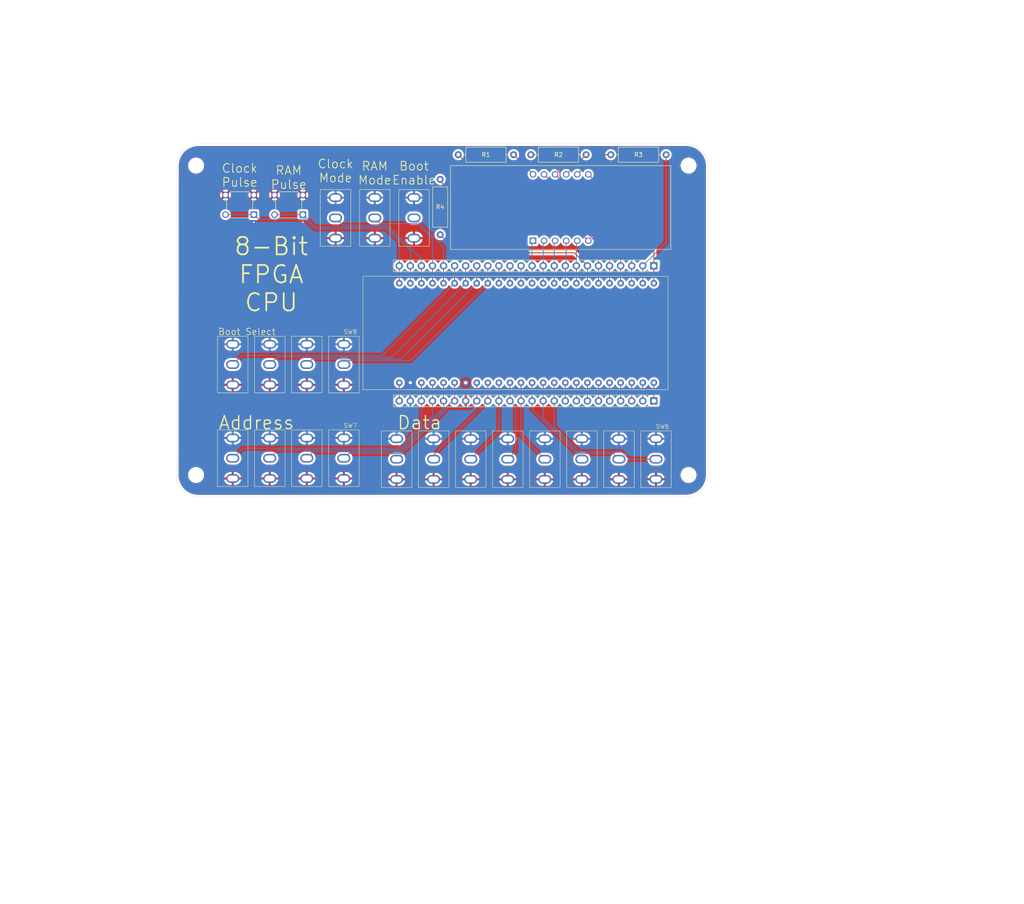
<source format=kicad_pcb>
(kicad_pcb (version 20240108) (generator "pcbnew") (generator_version "8.0")
  (layers (0 "F.Cu" signal) (31 "B.Cu" signal) (34 "B.Paste" user) (35 "F.Paste" user) (36 "B.SilkS" user "B.Silkscreen") (37 "F.SilkS" user "F.Silkscreen") (38 "B.Mask" user) (39 "F.Mask" user) (44 "Edge.Cuts" user))
  (net 0 "")
  (net 1 "/CLK_MODE")
  (net 2 "/GND")
  (net 3 "/VCC")
  (net 4 "/CLK_PULSE")
  (net 5 "/RAM_MODE")
  (net 6 "/RAM_PULSE")
  (net 7 "/DATA 7")
  (net 8 "/DATA 5")
  (net 9 "/DATA 2")
  (net 10 "/DATA 0")
  (net 11 "/DATA 1")
  (net 12 "/DATA 4")
  (net 13 "/DATA 3")
  (net 14 "/DATA 6")
  (net 15 "/ADDR 3")
  (net 16 "/ADDR 1")
  (net 17 "/ADDR 0")
  (net 18 "/ADDR 2")
  (net 19 "/SEGMENT H")
  (net 20 "/DIGIT 2")
  (net 21 "/SEGMENT D")
  (net 22 "/DIGIT 3")
  (net 23 "/DIGIT 1")
  (net 24 "/SEGMENT C")
  (net 25 "/SEGMENT F")
  (net 26 "/SEGMENT G")
  (net 27 "/DIGIT 0")
  (net 28 "/SEGMENT E")
  (net 29 "/SEGMENT A")
  (net 30 "/SEGMENT B")
  (net 31 "Net-(J2-Pin_4)")
  (net 32 "Net-(J2-Pin_6)")
  (net 33 "Net-(J2-Pin_8)")
  (net 34 "Net-(J2-Pin_24)")
  (net 35 "Net-(J2-Pin_1)")
  (net 36 "Net-(J2-Pin_2)")
  (net 37 "/BOOT 3")
  (net 38 "/BOOT 2")
  (net 39 "/BOOTLOAD EN")
  (net 40 "/BOOT 1")
  (net 41 "/BOOT 0")
  (net 42 "Net-(J1-Pin_13)")
  (net 43 "Net-(J1-Pin_15)")
  (net 44 "Net-(J1-Pin_14)")
  (net 45 "Net-(U2-CA1)")
  (net 46 "Net-(U2-CA2)")
  (net 47 "Net-(U2-CA3)")
  (net 48 "Net-(U2-CA4)")
  (net 49 "Net-(J2-Pin_9)")
  (net 50 "Net-(J2-Pin_5)")
  (net 51 "Net-(J2-Pin_3)")
  (net 52 "Net-(J2-Pin_7)")
  (footprint "Resistor_THT:R_Axial_DIN0309_L9.0mm_D3.2mm_P12.70mm_Horizontal" (layer "F.Cu") (at 149.5 45.5 180)
    (property "Reference" "R2")
    (property "Value" "1k")
  )
  (footprint "MountingHole:MountingHole_3.2mm_M3" (layer "F.Cu") (at 173 119)
    (property "Reference" "H4" (hide yes))
    (property "Value" "MountingHole")
  )
  (footprint "Resistor_THT:R_Axial_DIN0309_L9.0mm_D3.2mm_P12.70mm_Horizontal" (layer "F.Cu") (at 116 51.15 -90)
    (property "Reference" "R4")
    (property "Value" "1k")
  )
  (footprint "Connector_PinHeader_2.54mm:PinHeader_1x24_P2.54mm_Vertical" (layer "F.Cu") (at 165.04 102 -90)
    (property "Reference" "J2" (hide yes))
    (property "Value" "Conn_01x24_Socket")
  )
  (footprint "footprints:DoubleThrowSwitch" (layer "F.Cu") (at 110 60 180)
    (property "Reference" "SW3" (hide yes))
    (property "Value" "BOOTLOAD EN")
  )
  (footprint "Resistor_THT:R_Axial_DIN0309_L9.0mm_D3.2mm_P12.70mm_Horizontal" (layer "F.Cu") (at 155.15 45.5)
    (property "Reference" "R3")
    (property "Value" "1k")
  )
  (footprint "MountingHole:MountingHole_3.2mm_M3" (layer "F.Cu") (at 173 48)
    (property "Reference" "H2" (hide yes))
    (property "Value" "MountingHole")
  )
  (footprint "MountingHole:MountingHole_3.2mm_M3" (layer "F.Cu") (at 60 119)
    (property "Reference" "H3" (hide yes))
    (property "Value" "MountingHole")
  )
  (footprint "footprints:4xDoubleThrowSwitch" (layer "F.Cu") (at 81.15 115.15)
    (property "Reference" "SW7")
    (property "Value" "~" (hide yes))
  )
  (footprint "footprints:8xDoubleThrowSwitch" (layer "F.Cu") (at 135.775 115.375)
    (property "Reference" "SW6")
    (property "Value" "~")
  )
  (footprint "Connector_PinHeader_2.54mm:PinHeader_1x24_P2.54mm_Vertical" (layer "F.Cu") (at 165.04 71 -90)
    (property "Reference" "J1" (hide yes))
    (property "Value" "Conn_01x24_Socket")
  )
  (footprint "Display_7Segment:CA56-12EWA" (layer "F.Cu") (at 137.3 65.24 90)
    (property "Reference" "U2" (hide yes))
    (property "Value" "CA56-12EWA")
  )
  (footprint "footprints:DoubleThrowSwitch" (layer "F.Cu") (at 92 60 180)
    (property "Reference" "SW1" (hide yes))
    (property "Value" "CLK MODE")
  )
  (footprint "MountingHole:MountingHole_3.2mm_M3" (layer "F.Cu") (at 60 48)
    (property "Reference" "H1" (hide yes))
    (property "Value" "MountingHole")
  )
  (footprint "footprints:TangNano" (layer "F.Cu") (at 135.83 86.40845 -90)
    (property "Reference" "U1" (hide yes))
    (property "Value" "Tang Nano")
  )
  (footprint "Resistor_THT:R_Axial_DIN0309_L9.0mm_D3.2mm_P12.70mm_Horizontal" (layer "F.Cu") (at 132.85 45.5 180)
    (property "Reference" "R1")
    (property "Value" "1k")
  )
  (footprint "footprints:DoubleThrowSwitch" (layer "F.Cu") (at 101 60 180)
    (property "Reference" "SW4" (hide yes))
    (property "Value" "RAM MODE")
  )
  (footprint "footprints:4xDoubleThrowSwitch" (layer "F.Cu") (at 81.15 93.65)
    (property "Reference" "SW8")
    (property "Value" "~" (hide yes))
  )
  (footprint "footprints:tactile_switch" (layer "F.Cu") (at 81.25 57 180)
    (property "Reference" "SW5" (hide yes))
    (property "Value" "RAM PULSE")
  )
  (footprint "footprints:tactile_switch" (layer "F.Cu") (at 70 57 180)
    (property "Reference" "SW2" (hide yes))
    (property "Value" "CLK PULSE")
  )
  (gr_line (start 172.464466 124) (end 60.5 124.035534) (stroke (width 0.05)) (layer "Edge.Cuts"))
  (gr_arc (start 60.5 124.035534) (mid 56.964466 122.571068) (end 55.5 119.035534) (stroke (width 0.05)) (layer "Edge.Cuts"))
  (gr_line (start 55.5 119.035534) (end 55.535534 48.035534) (stroke (width 0.05)) (layer "Edge.Cuts"))
  (gr_line (start 60.535534 43.035534) (end 172.464466 43.035534) (stroke (width 0.05)) (layer "Edge.Cuts"))
  (gr_arc (start 55.535534 48.035534) (mid 57 44.5) (end 60.535534 43.035534) (stroke (width 0.05)) (layer "Edge.Cuts"))
  (gr_arc (start 177.464466 119) (mid 176 122.535534) (end 172.464466 124) (stroke (width 0.05)) (layer "Edge.Cuts"))
  (gr_line (start 177.464466 48.035534) (end 177.464466 119) (stroke (width 0.05)) (layer "Edge.Cuts"))
  (gr_arc (start 172.464466 43.035534) (mid 176 44.5) (end 177.464466 48.035534) (stroke (width 0.05)) (layer "Edge.Cuts"))
  (gr_text "RAM\nMode" (at 101 52.5 0) (layer "F.SilkS") (effects (font (size 2 2) (thickness 0.2)) (justify bottom)))
  (gr_text "RAM\nPulse" (at 81.25 53.5 0) (layer "F.SilkS") (effects (font (size 2 2) (thickness 0.2)) (justify bottom)))
  (gr_text "Boot Select" (at 65 87 0) (layer "F.SilkS") (effects (font (size 1.5 1.5)) (justify left bottom)))
  (gr_text "Address" (at 65 108.75 0) (layer "F.SilkS") (effects (font (size 3 3) (thickness 0.3)) (justify left bottom)))
  (gr_text "Boot\nEnable" (at 110 52.5 0) (layer "F.SilkS") (effects (font (size 2 2) (thickness 0.2)) (justify bottom)))
  (gr_text "8-Bit\nFPGA\nCPU" (at 77.25 81.75 0) (layer "F.SilkS") (effects (font (size 4 4) (thickness 0.4)) (justify bottom)))
  (gr_text "Clock\nPulse" (at 70 53 0) (layer "F.SilkS") (effects (font (size 2 2) (thickness 0.2)) (justify bottom)))
  (gr_text "Clock\nMode" (at 92 52 0) (layer "F.SilkS") (effects (font (size 2 2) (thickness 0.2)) (justify bottom)))
  (gr_text "Data" (at 106 108.75 0) (layer "F.SilkS") (effects (font (size 3 3) (thickness 0.3)) (justify left bottom)))
  (segment (start 111.7 71) (end 111.7 75) (width 0.2) (layer "F.Cu") (net 1))
  (segment (start 111.7 69.45) (end 111.7 71) (width 0.2) (layer "B.Cu") (net 1))
  (segment (start 93.7 61.7) (end 103.95 61.7) (width 0.2) (layer "B.Cu") (net 1))
  (segment (start 103.95 61.7) (end 111.7 69.45) (width 0.2) (layer "B.Cu") (net 1))
  (segment (start 92.5 60.5) (end 93.7 61.7) (width 0.2) (layer "B.Cu") (net 1))
  (segment (start 106.62 75) (end 106.62 71) (width 0.2) (layer "F.Cu") (net 4))
  (segment (start 66.75 59.25) (end 73.25 59.25) (width 0.2) (layer "B.Cu") (net 4))
  (segment (start 74.304 60.304) (end 84.988314 60.304) (width 0.2) (layer "B.Cu") (net 4))
  (segment (start 103.618628 62.5) (end 106.62 65.501372) (width 0.2) (layer "B.Cu") (net 4))
  (segment (start 73.25 59.25) (end 74.304 60.304) (width 0.2) (layer "B.Cu") (net 4))
  (segment (start 87.184314 62.5) (end 103.618628 62.5) (width 0.2) (layer "B.Cu") (net 4))
  (segment (start 106.62 65.501372) (end 106.62 71) (width 0.2) (layer "B.Cu") (net 4))
  (segment (start 84.988314 60.304) (end 87.184314 62.5) (width 0.2) (layer "B.Cu") (net 4))
  (segment (start 114.24 71) (end 114.24 75) (width 0.2) (layer "F.Cu") (net 5))
  (segment (start 101.5 60.5) (end 102.3 61.3) (width 0.2) (layer "B.Cu") (net 5))
  (segment (start 101.5 60) (end 101.5 60.5) (width 0.2) (layer "B.Cu") (net 5))
  (segment (start 114.24 64.805686) (end 114.24 71) (width 0.2) (layer "B.Cu") (net 5))
  (segment (start 110.734314 61.3) (end 114.24 64.805686) (width 0.2) (layer "B.Cu") (net 5))
  (segment (start 102.3 61.3) (end 110.734314 61.3) (width 0.2) (layer "B.Cu") (net 5))
  (segment (start 109.16 71) (end 109.16 75) (width 0.2) (layer "F.Cu") (net 6))
  (segment (start 78 59.25) (end 84.5 59.25) (width 0.2) (layer "B.Cu") (net 6))
  (segment (start 87.35 62.1) (end 103.784314 62.1) (width 0.2) (layer "B.Cu") (net 6))
  (segment (start 109.16 67.475686) (end 109.16 71) (width 0.2) (layer "B.Cu") (net 6))
  (segment (start 84.5 59.25) (end 87.35 62.1) (width 0.2) (layer "B.Cu") (net 6))
  (segment (start 103.784314 62.1) (end 109.16 67.475686) (width 0.2) (layer "B.Cu") (net 6))
  (segment (start 142.18 97.8169) (end 142.18 102) (width 0.2) (layer "F.Cu") (net 7))
  (segment (start 157.663478 113.675) (end 147.956372 113.675) (width 0.2) (layer "B.Cu") (net 7))
  (segment (start 159.363478 115.375) (end 157.663478 113.675) (width 0.2) (layer "B.Cu") (net 7))
  (segment (start 165.525 115.375) (end 159.363478 115.375) (width 0.2) (layer "B.Cu") (net 7))
  (segment (start 142.18 107.898628) (end 142.18 102) (width 0.2) (layer "B.Cu") (net 7))
  (segment (start 147.956372 113.675) (end 142.18 107.898628) (width 0.2) (layer "B.Cu") (net 7))
  (segment (start 137.1 97.8169) (end 137.1 102) (width 0.2) (layer "F.Cu") (net 8))
  (segment (start 148.525 115.375) (end 137.1 103.95) (width 0.2) (layer "B.Cu") (net 8))
  (segment (start 137.1 103.95) (end 137.1 102) (width 0.2) (layer "B.Cu") (net 8))
  (segment (start 129.48 102) (end 129.48 97.8169) (width 0.2) (layer "F.Cu") (net 9))
  (segment (start 129.48 108.92) (end 129.48 102) (width 0.2) (layer "B.Cu") (net 9))
  (segment (start 123.025 115.375) (end 129.48 108.92) (width 0.2) (layer "B.Cu") (net 9))
  (segment (start 124.4 102) (end 124.4 97.8169) (width 0.2) (layer "F.Cu") (net 10))
  (segment (start 117.9 103.5) (end 122.9 103.5) (width 0.2) (layer "B.Cu") (net 10))
  (segment (start 122.9 103.5) (end 124.4 102) (width 0.2) (layer "B.Cu") (net 10))
  (segment (start 106.025 115.375) (end 117.9 103.5) (width 0.2) (layer "B.Cu") (net 10))
  (segment (start 126.94 97.8169) (end 126.94 102) (width 0.2) (layer "F.Cu") (net 11))
  (segment (start 114.525 115.375) (end 114.525 114.415) (width 0.2) (layer "B.Cu") (net 11))
  (segment (start 114.525 114.415) (end 126.94 102) (width 0.2) (layer "B.Cu") (net 11))
  (segment (start 134.56 102) (end 134.56 97.8169) (width 0.2) (layer "F.Cu") (net 12))
  (segment (start 140.025 115.375) (end 134.56 109.91) (width 0.2) (layer "B.Cu") (net 12))
  (segment (start 134.56 109.91) (end 134.56 102) (width 0.2) (layer "B.Cu") (net 12))
  (segment (start 132.02 97.8169) (end 132.02 102) (width 0.2) (layer "F.Cu") (net 13))
  (segment (start 133.3 103.28) (end 132.02 102) (width 0.2) (layer "B.Cu") (net 13))
  (segment (start 131.525 115.375) (end 133.3 113.6) (width 0.2) (layer "B.Cu") (net 13))
  (segment (start 133.3 113.6) (end 133.3 103.28) (width 0.2) (layer "B.Cu") (net 13))
  (segment (start 139.64 102) (end 139.64 97.8169) (width 0.2) (layer "F.Cu") (net 14))
  (segment (start 139.64 105.924314) (end 139.64 102) (width 0.2) (layer "B.Cu") (net 14))
  (segment (start 155.725 114.075) (end 147.790686 114.075) (width 0.2) (layer "B.Cu") (net 14))
  (segment (start 157.025 115.375) (end 155.725 114.075) (width 0.2) (layer "B.Cu") (net 14))
  (segment (start 147.790686 114.075) (end 139.64 105.924314) (width 0.2) (layer "B.Cu") (net 14))
  (segment (start 119.32 97.8169) (end 119.32 102) (width 0.2) (layer "F.Cu") (net 15))
  (segment (start 106.759314 114.075) (end 118.834314 102) (width 0.2) (layer "B.Cu") (net 15))
  (segment (start 94.975 114.075) (end 106.759314 114.075) (width 0.2) (layer "B.Cu") (net 15))
  (segment (start 118.834314 102) (end 119.32 102) (width 0.2) (layer "B.Cu") (net 15))
  (segment (start 93.9 115.15) (end 94.975 114.075) (width 0.2) (layer "B.Cu") (net 15))
  (segment (start 114.24 97.8169) (end 114.24 102) (width 0.2) (layer "F.Cu") (net 16))
  (segment (start 76.9 115.15) (end 78.775 113.275) (width 0.2) (layer "B.Cu") (net 16))
  (segment (start 114.24 105.462942) (end 114.24 102) (width 0.2) (layer "B.Cu") (net 16))
  (segment (start 78.775 113.275) (end 106.427942 113.275) (width 0.2) (layer "B.Cu") (net 16))
  (segment (start 106.427942 113.275) (end 114.24 105.462942) (width 0.2) (layer "B.Cu") (net 16))
  (segment (start 111.7 102) (end 111.7 97.8169) (width 0.2) (layer "F.Cu") (net 17))
  (segment (start 70.675 112.875) (end 106.262256 112.875) (width 0.2) (layer "B.Cu") (net 17))
  (segment (start 111.7 107.437256) (end 111.7 102) (width 0.2) (layer "B.Cu") (net 17))
  (segment (start 106.262256 112.875) (end 111.7 107.437256) (width 0.2) (layer "B.Cu") (net 17))
  (segment (start 68.4 115.15) (end 70.675 112.875) (width 0.2) (layer "B.Cu") (net 17))
  (segment (start 116.78 102) (end 116.78 97.8169) (width 0.2) (layer "F.Cu") (net 18))
  (segment (start 116.78 103.488628) (end 116.78 102) (width 0.2) (layer "B.Cu") (net 18))
  (segment (start 85.4 115.15) (end 86.875 113.675) (width 0.2) (layer "B.Cu") (net 18))
  (segment (start 86.875 113.675) (end 106.593628 113.675) (width 0.2) (layer "B.Cu") (net 18))
  (segment (start 106.593628 113.675) (end 116.78 103.488628) (width 0.2) (layer "B.Cu") (net 18))
  (segment (start 142.18 71) (end 142.18 75) (width 0.2) (layer "F.Cu") (net 19))
  (segment (start 142.18 71) (end 142.18 65.44) (width 0.2) (layer "B.Cu") (net 19))
  (segment (start 142.08 70.9) (end 142.18 71) (width 0.2) (layer "B.Cu") (net 19))
  (segment (start 142.18 65.44) (end 142.38 65.24) (width 0.2) (layer "B.Cu") (net 19))
  (segment (start 162.5 71) (end 162.5 75) (width 0.2) (layer "F.Cu") (net 20))
  (segment (start 167.85 65.65) (end 162.5 71) (width 0.2) (layer "B.Cu") (net 20))
  (segment (start 167.85 45.5) (end 167.85 65.65) (width 0.2) (layer "B.Cu") (net 20))
  (segment (start 139.64 71) (end 139.64 75) (width 0.2) (layer "F.Cu") (net 21))
  (segment (start 139.54 70.9) (end 139.64 71) (width 0.2) (layer "B.Cu") (net 21))
  (segment (start 139.64 71) (end 139.64 65.44) (width 0.2) (layer "B.Cu") (net 21))
  (segment (start 139.64 65.44) (end 139.84 65.24) (width 0.2) (layer "B.Cu") (net 21))
  (segment (start 149.8 71) (end 149.8 75) (width 0.2) (layer "F.Cu") (net 22))
  (segment (start 120.15 68) (end 116 63.85) (width 0.2) (layer "F.Cu") (net 22))
  (segment (start 146.8 68) (end 120.15 68) (width 0.2) (layer "F.Cu") (net 22))
  (segment (start 149.8 71) (end 146.8 68) (width 0.2) (layer "F.Cu") (net 22))
  (segment (start 143.5 50.5) (end 159.96 66.96) (width 0.2) (layer "F.Cu") (net 23))
  (segment (start 136.8 45.5) (end 139.364925 45.5) (width 0.2) (layer "F.Cu") (net 23))
  (segment (start 159.96 71) (end 159.96 75) (width 0.2) (layer "F.Cu") (net 23))
  (segment (start 143.5 49.635075) (end 143.5 50.5) (width 0.2) (layer "F.Cu") (net 23))
  (segment (start 159.96 66.96) (end 159.96 71) (width 0.2) (layer "F.Cu") (net 23))
  (segment (start 139.364925 45.5) (end 143.5 49.635075) (width 0.2) (layer "F.Cu") (net 23))
  (segment (start 144.72 71) (end 144.72 75) (width 0.2) (layer "F.Cu") (net 24))
  (segment (start 144.62 70.9) (end 144.72 71) (width 0.2) (layer "B.Cu") (net 24))
  (segment (start 144.72 71) (end 144.92 70.8) (width 0.2) (layer "B.Cu") (net 24))
  (segment (start 144.92 70.8) (end 144.92 65.24) (width 0.2) (layer "B.Cu") (net 24))
  (segment (start 157.42 71) (end 157.42 75) (width 0.2) (layer "F.Cu") (net 25))
  (segment (start 157.42 65.04) (end 142.38 50) (width 0.2) (layer "F.Cu") (net 25))
  (segment (start 157.42 71) (end 157.42 65.04) (width 0.2) (layer "F.Cu") (net 25))
  (segment (start 147.26 71) (end 147.26 75) (width 0.2) (layer "F.Cu") (net 26))
  (segment (start 147.26 65.44) (end 147.46 65.24) (width 0.2) (layer "B.Cu") (net 26))
  (segment (start 147.16 70.9) (end 147.26 71) (width 0.2) (layer "B.Cu") (net 26))
  (segment (start 147.26 71) (end 147.26 65.44) (width 0.2) (layer "B.Cu") (net 26))
  (segment (start 152.34 71) (end 152.34 75) (width 0.2) (layer "F.Cu") (net 27))
  (segment (start 148.844925 62.6) (end 137.25 62.6) (width 0.2) (layer "F.Cu") (net 27))
  (segment (start 137.25 62.6) (end 120.15 45.5) (width 0.2) (layer "F.Cu") (net 27))
  (segment (start 152.34 66.095075) (end 148.844925 62.6) (width 0.2) (layer "F.Cu") (net 27))
  (segment (start 152.34 71) (end 152.34 66.095075) (width 0.2) (layer "F.Cu") (net 27))
  (segment (start 137.1 71) (end 137.1 75) (width 0.2) (layer "F.Cu") (net 28))
  (segment (start 137.1 71) (end 137.1 65.44) (width 0.2) (layer "B.Cu") (net 28))
  (segment (start 137 70.9) (end 137.1 71) (width 0.2) (layer "B.Cu") (net 28))
  (segment (start 137.1 65.44) (end 137.3 65.24) (width 0.2) (layer "B.Cu") (net 28))
  (segment (start 154.88 71) (end 154.88 65.04) (width 0.2) (layer "F.Cu") (net 29))
  (segment (start 154.88 71) (end 154.88 75) (width 0.2) (layer "F.Cu") (net 29))
  (segment (start 154.88 65.04) (end 139.84 50) (width 0.2) (layer "F.Cu") (net 29))
  (segment (start 150 50) (end 165.04 65.04) (width 0.2) (layer "F.Cu") (net 30))
  (segment (start 165.04 71) (end 165.04 75) (width 0.2) (layer "F.Cu") (net 30))
  (segment (start 165.04 65.04) (end 165.04 71) (width 0.2) (layer "F.Cu") (net 30))
  (segment (start 157.42 97.8169) (end 157.42 102) (width 0.2) (layer "F.Cu") (net 31))
  (segment (start 152.34 97.8169) (end 152.34 102) (width 0.2) (layer "F.Cu") (net 32))
  (segment (start 147.26 97.8169) (end 147.26 102) (width 0.2) (layer "F.Cu") (net 33))
  (segment (start 106.62 97.8169) (end 106.62 102) (width 0.2) (layer "F.Cu") (net 34))
  (segment (start 165.04 102) (end 165.04 97.8169) (width 0.2) (layer "F.Cu") (net 35))
  (segment (start 162.5 97.8169) (end 162.5 102) (width 0.2) (layer "F.Cu") (net 36))
  (segment (start 126.94 71) (end 126.94 75) (width 0.2) (layer "F.Cu") (net 37))
  (segment (start 109.19 92.75) (end 126.94 75) (width 0.2) (layer "B.Cu") (net 37))
  (segment (start 93.9 93.65) (end 94.8 92.75) (width 0.2) (layer "B.Cu") (net 37))
  (segment (start 94.8 92.75) (end 109.19 92.75) (width 0.2) (layer "B.Cu") (net 37))
  (segment (start 124.4 71) (end 124.4 75) (width 0.2) (layer "F.Cu") (net 38))
  (segment (start 85.4 93.65) (end 86.7 92.35) (width 0.2) (layer "B.Cu") (net 38))
  (segment (start 86.7 92.35) (end 107.05 92.35) (width 0.2) (layer "B.Cu") (net 38))
  (segment (start 107.05 92.35) (end 124.4 75) (width 0.2) (layer "B.Cu") (net 38))
  (segment (start 116.78 71) (end 116.78 75) (width 0.2) (layer "F.Cu") (net 39))
  (segment (start 110 60) (end 116.78 66.78) (width 0.2) (layer "B.Cu") (net 39))
  (segment (start 116.78 66.78) (end 116.78 71) (width 0.2) (layer "B.Cu") (net 39))
  (segment (start 121.86 71) (end 121.86 75) (width 0.2) (layer "F.Cu") (net 40))
  (segment (start 78.6 91.95) (end 104.91 91.95) (width 0.2) (layer "B.Cu") (net 40))
  (segment (start 76.9 93.65) (end 78.6 91.95) (width 0.2) (layer "B.Cu") (net 40))
  (segment (start 104.91 91.95) (end 121.86 75) (width 0.2) (layer "B.Cu") (net 40))
  (segment (start 119.32 71) (end 119.32 75) (width 0.2) (layer "F.Cu") (net 41))
  (segment (start 70.5 91.55) (end 102.77 91.55) (width 0.2) (layer "B.Cu") (net 41))
  (segment (start 102.77 91.55) (end 119.32 75) (width 0.2) (layer "B.Cu") (net 41))
  (segment (start 68.4 93.65) (end 70.5 91.55) (width 0.2) (layer "B.Cu") (net 41))
  (segment (start 134.56 71) (end 134.56 75) (width 0.2) (layer "F.Cu") (net 42))
  (segment (start 129.48 71) (end 129.48 75) (width 0.2) (layer "F.Cu") (net 43))
  (segment (start 132.02 71) (end 132.02 75) (width 0.2) (layer "F.Cu") (net 44))
  (segment (start 132.85 45.5) (end 137.3 49.95) (width 0.2) (layer "F.Cu") (net 45))
  (segment (start 137.3 49.95) (end 137.3 50) (width 0.2) (layer "F.Cu") (net 45))
  (segment (start 145 50) (end 144.92 50) (width 0.2) (layer "F.Cu") (net 46))
  (segment (start 149.5 45.5) (end 145 50) (width 0.2) (layer "F.Cu") (net 46))
  (segment (start 147.46 50) (end 151.96 45.5) (width 0.2) (layer "F.Cu") (net 47))
  (segment (start 151.96 45.5) (end 155.15 45.5) (width 0.2) (layer "F.Cu") (net 47))
  (segment (start 150 65.24) (end 147.76 63) (width 0.2) (layer "F.Cu") (net 48))
  (segment (start 147.76 63) (end 127.5 63) (width 0.2) (layer "F.Cu") (net 48))
  (segment (start 116 51.5) (end 116 51.15) (width 0.2) (layer "F.Cu") (net 48))
  (segment (start 127.5 63) (end 116 51.5) (width 0.2) (layer "F.Cu") (net 48))
  (segment (start 144.72 102) (end 144.72 97.8169) (width 0.2) (layer "F.Cu") (net 49))
  (segment (start 154.88 102) (end 154.88 97.8169) (width 0.2) (layer "F.Cu") (net 50))
  (segment (start 159.96 102) (end 159.96 97.8169) (width 0.2) (layer "F.Cu") (net 51))
  (segment (start 149.8 102) (end 149.8 97.8169) (width 0.2) (layer "F.Cu") (net 52))
  (zone (net 3) (net_name "/VCC") (layer "F.Cu") (connect_pads (clearance 0.5)) (min_thickness 0.25) (fill yes (thermal_gap 0.5) (thermal_bridge_width 0.5))
    (polygon (pts (xy 22.5 10) (xy 250 10) (xy 250 217.5) (xy 15 207.5)))
  )
  (zone (net 2) (net_name "/GND") (layer "B.Cu") (priority 1) (connect_pads (clearance 0.5)) (min_thickness 0.25) (fill yes (thermal_gap 0.5) (thermal_bridge_width 0.5))
    (polygon (pts (xy 22.5 10) (xy 242.5 17.5) (xy 235 207.5) (xy 22.5 202.5)))
  )
)
</source>
